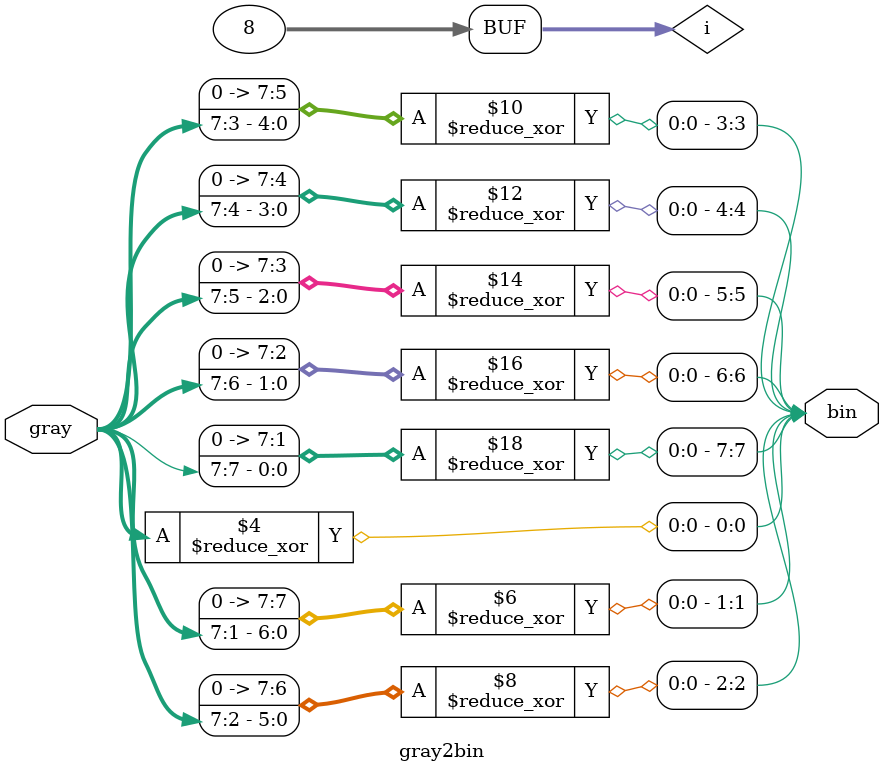
<source format=v>


module gray2bin
  #(parameter WIDTH=8)
    (input [WIDTH-1:0] gray,
     output reg [WIDTH-1:0] bin);

   integer 		i;
   always @(gray)
     for(i = 0;i<WIDTH;i=i+1)
	  bin[i] = ^(gray>>i);
   
endmodule // gray2bin

</source>
